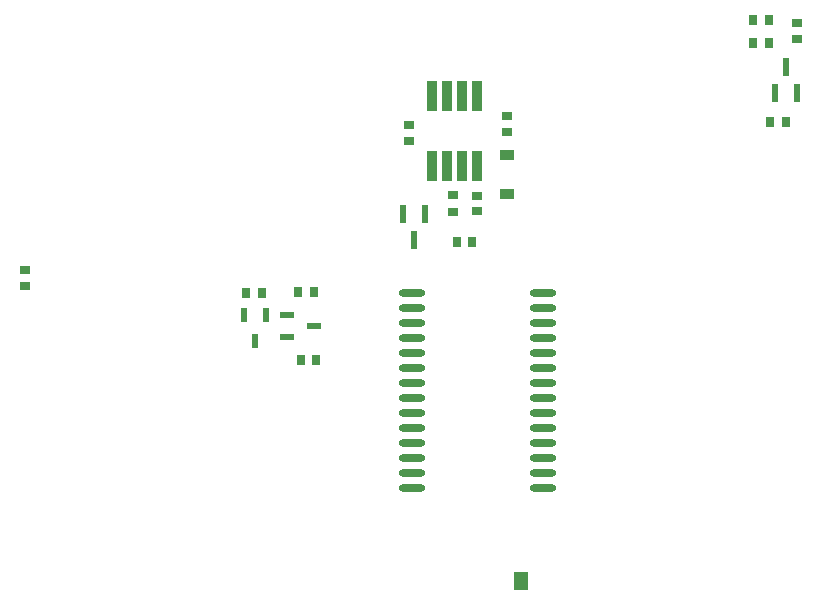
<source format=gbp>
G04*
G04 #@! TF.GenerationSoftware,Altium Limited,Altium Designer,21.0.9 (235)*
G04*
G04 Layer_Color=128*
%FSLAX44Y44*%
%MOMM*%
G71*
G04*
G04 #@! TF.SameCoordinates,3421A621-DC7B-4D7E-80C2-F70395B1EBD6*
G04*
G04*
G04 #@! TF.FilePolarity,Positive*
G04*
G01*
G75*
%ADD23R,0.8000X0.9000*%
%ADD24R,1.1500X0.6000*%
%ADD25R,0.9000X0.8000*%
%ADD80R,0.9000X0.8000*%
%ADD81R,1.2200X0.9100*%
%ADD82R,0.6000X1.6000*%
%ADD83O,2.2500X0.6000*%
%ADD84R,0.9000X2.5000*%
%ADD85R,0.8000X0.9000*%
%ADD86R,1.1684X1.6002*%
%ADD87R,0.6000X1.1500*%
D23*
X656250Y905000D02*
D03*
X643250D02*
D03*
X894500Y1073500D02*
D03*
X907500D02*
D03*
X922000Y1006500D02*
D03*
X909000D02*
D03*
X511500Y805000D02*
D03*
X524500D02*
D03*
X478250Y862000D02*
D03*
X465250D02*
D03*
X509250Y862500D02*
D03*
X522250D02*
D03*
D24*
X499990Y824370D02*
D03*
Y843370D02*
D03*
X522490Y833870D02*
D03*
D25*
X660550Y943800D02*
D03*
Y930800D02*
D03*
X685550Y1011300D02*
D03*
Y998300D02*
D03*
X603050Y1003800D02*
D03*
Y990800D02*
D03*
X931750Y1077000D02*
D03*
Y1090000D02*
D03*
X277750Y868000D02*
D03*
Y881000D02*
D03*
D80*
X640550Y930300D02*
D03*
Y944300D02*
D03*
D81*
X685700Y978650D02*
D03*
Y945950D02*
D03*
D82*
X597750Y929000D02*
D03*
X616750D02*
D03*
X607250Y907000D02*
D03*
X922000Y1053000D02*
D03*
X912500Y1031000D02*
D03*
X931500D02*
D03*
D83*
X716500Y861500D02*
D03*
Y848800D02*
D03*
Y836100D02*
D03*
Y823400D02*
D03*
Y810700D02*
D03*
Y798000D02*
D03*
Y785300D02*
D03*
Y772600D02*
D03*
Y759900D02*
D03*
Y747200D02*
D03*
Y734500D02*
D03*
Y721800D02*
D03*
Y709100D02*
D03*
Y696400D02*
D03*
X605500Y697000D02*
D03*
Y709700D02*
D03*
Y722400D02*
D03*
Y735100D02*
D03*
Y747800D02*
D03*
Y760500D02*
D03*
Y773200D02*
D03*
Y785900D02*
D03*
Y798600D02*
D03*
Y811300D02*
D03*
Y824000D02*
D03*
Y836700D02*
D03*
Y849400D02*
D03*
Y862100D02*
D03*
D84*
X622100Y1028180D02*
D03*
X634800D02*
D03*
X647500D02*
D03*
X660200D02*
D03*
X622100Y969180D02*
D03*
X634800D02*
D03*
X647500D02*
D03*
X660200D02*
D03*
D85*
X908000Y1093000D02*
D03*
X894000D02*
D03*
D86*
X697750Y617750D02*
D03*
D87*
X462870Y843490D02*
D03*
X481870D02*
D03*
X472370Y820990D02*
D03*
M02*

</source>
